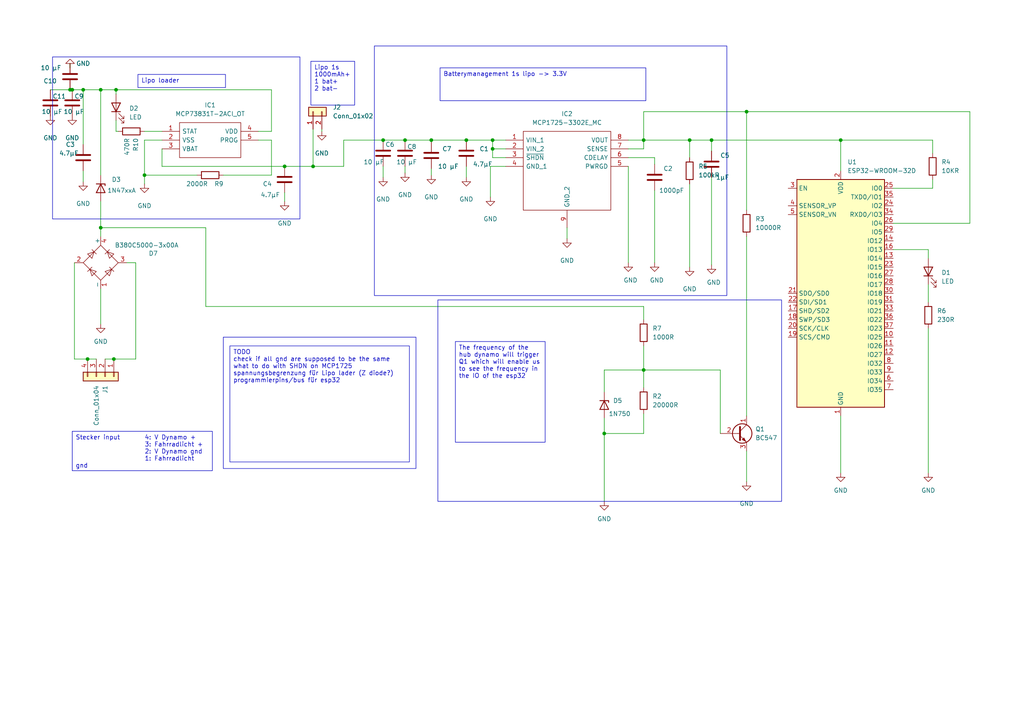
<source format=kicad_sch>
(kicad_sch (version 20230121) (generator eeschema)
  (paper "A4")
  (lib_symbols
    (symbol "Connector_Generic:Conn_01x02" (pin_names (offset 1.016) hide)
      (property "Reference" "J" (at 0 2.54 0))
      (property "Value" "Conn_01x02" (at 0 -5.08 0))
      (symbol "Conn_01x02_1_1"
        (rectangle (start -1.27 -2.413) (end 0 -2.667) (stroke (width 0.1524)))
        (rectangle (start -1.27 0.127) (end 0 -0.127) (stroke (width 0.1524)))
        (rectangle (start -1.27 1.27) (end 1.27 -3.81) (stroke (width 0.254)) (fill (type background)))
        (pin passive line (at -5.08 0 0) (length 3.81) (name "Pin_1") (number "1"))
        (pin passive line (at -5.08 -2.54 0) (length 3.81) (name "Pin_2") (number "2"))
      )
    )
    (symbol "Connector_Generic:Conn_01x04" (pin_names (offset 1.016) hide)
      (property "Reference" "J" (at 0 5.08 0))
      (property "Value" "Conn_01x04" (at 0 -7.62 0))
      (symbol "Conn_01x04_1_1"
        (rectangle (start -1.27 -4.953) (end 0 -5.207) (stroke (width 0.1524)))
        (rectangle (start -1.27 -2.413) (end 0 -2.667) (stroke (width 0.1524)))
        (rectangle (start -1.27 0.127) (end 0 -0.127) (stroke (width 0.1524)))
        (rectangle (start -1.27 2.667) (end 0 2.413) (stroke (width 0.1524)))
        (rectangle (start -1.27 3.81) (end 1.27 -6.35) (stroke (width 0.254)) (fill (type background)))
        (pin passive line (at -5.08 2.54 0) (length 3.81) (name "Pin_1") (number "1"))
        (pin passive line (at -5.08 0 0) (length 3.81) (name "Pin_2") (number "2"))
        (pin passive line (at -5.08 -2.54 0) (length 3.81) (name "Pin_3") (number "3"))
        (pin passive line (at -5.08 -5.08 0) (length 3.81) (name "Pin_4") (number "4"))
      )
    )
    (symbol "Device:C" (pin_numbers hide) (pin_names (offset 0.254))
      (property "Reference" "C" (at 0.635 2.54 0))
      (property "Value" "C" (at 0.635 -2.54 0))
      (symbol "C_0_1"
        (polyline (pts (xy -2.032 -0.762) (xy 2.032 -0.762)) (stroke (width 0.508)))
        (polyline (pts (xy -2.032 0.762) (xy 2.032 0.762)) (stroke (width 0.508)))
      )
      (symbol "C_1_1"
        (pin passive line (at 0 3.81 270) (length 2.794) (name "~") (number "1"))
        (pin passive line (at 0 -3.81 90) (length 2.794) (name "~") (number "2"))
      )
    )
    (symbol "Device:LED" (pin_numbers hide) (pin_names (offset 1.016) hide)
      (property "Reference" "D" (at 0 2.54 0))
      (property "Value" "LED" (at 0 -2.54 0))
      (symbol "LED_0_1"
        (polyline (pts (xy -1.27 -1.27) (xy -1.27 1.27)) (stroke (width 0.254)))
        (polyline (pts (xy -1.27 0) (xy 1.27 0)))
        (polyline (pts (xy 1.27 -1.27) (xy 1.27 1.27) (xy -1.27 0) (xy 1.27 -1.27)) (stroke (width 0.254)))
        (polyline (pts (xy -3.048 -0.762) (xy -4.572 -2.286) (xy -3.81 -2.286) (xy -4.572 -2.286) (xy -4.572 -1.524)))
        (polyline (pts (xy -1.778 -0.762) (xy -3.302 -2.286) (xy -2.54 -2.286) (xy -3.302 -2.286) (xy -3.302 -1.524)))
      )
      (symbol "LED_1_1"
        (pin passive line (at -3.81 0 0) (length 2.54) (name "K") (number "1"))
        (pin passive line (at 3.81 0 180) (length 2.54) (name "A") (number "2"))
      )
    )
    (symbol "Device:R" (pin_numbers hide) (pin_names (offset 0))
      (property "Reference" "R" (at 2.032 0 90))
      (property "Value" "R" (at 0 0 90))
      (symbol "R_0_1"
        (rectangle (start -1.016 -2.54) (end 1.016 2.54) (stroke (width 0.254)))
      )
      (symbol "R_1_1"
        (pin passive line (at 0 3.81 270) (length 1.27) (name "~") (number "1"))
        (pin passive line (at 0 -3.81 90) (length 1.27) (name "~") (number "2"))
      )
    )
    (symbol "Diode:1N47xxA" (pin_numbers hide) (pin_names hide)
      (property "Reference" "D" (at 0 2.54 0))
      (property "Value" "1N47xxA" (at 0 -2.54 0))
      (symbol "1N47xxA_0_1"
        (polyline (pts (xy 1.27 0) (xy -1.27 0)))
        (polyline (pts (xy -1.27 -1.27) (xy -1.27 1.27) (xy -0.762 1.27)) (stroke (width 0.254)))
        (polyline (pts (xy 1.27 -1.27) (xy 1.27 1.27) (xy -1.27 0) (xy 1.27 -1.27)) (stroke (width 0.254)))
      )
      (symbol "1N47xxA_1_1"
        (pin passive line (at -3.81 0 0) (length 2.54) (name "K") (number "1"))
        (pin passive line (at 3.81 0 180) (length 2.54) (name "A") (number "2"))
      )
    )
    (symbol "Diode:1N53xxB" (pin_numbers hide) (pin_names hide)
      (property "Reference" "D" (at 0 2.54 0))
      (property "Value" "1N53xxB" (at 0 -2.54 0))
      (symbol "1N53xxB_0_1"
        (polyline (pts (xy 1.27 0) (xy -1.27 0)))
        (polyline (pts (xy -1.27 -1.27) (xy -1.27 1.27) (xy -0.762 1.27)) (stroke (width 0.254)))
        (polyline (pts (xy 1.27 -1.27) (xy 1.27 1.27) (xy -1.27 0) (xy 1.27 -1.27)) (stroke (width 0.254)))
      )
      (symbol "1N53xxB_1_1"
        (pin passive line (at -3.81 0 0) (length 2.54) (name "K") (number "1"))
        (pin passive line (at 3.81 0 180) (length 2.54) (name "A") (number "2"))
      )
    )
    (symbol "Diode_Bridge:B380C5000-3x00A" (pin_names (offset 0))
      (property "Reference" "D" (at 2.54 6.985 0))
      (property "Value" "B380C5000-3x00A" (at 2.54 5.08 0))
      (symbol "B380C5000-3x00A_0_1"
        (polyline (pts (xy -2.54 3.81) (xy -1.27 2.54)))
        (polyline (pts (xy -1.27 -2.54) (xy -2.54 -3.81)))
        (polyline (pts (xy 2.54 -1.27) (xy 3.81 -2.54)))
        (polyline (pts (xy 2.54 1.27) (xy 3.81 2.54)))
        (polyline (pts (xy -3.81 2.54) (xy -2.54 1.27) (xy -1.905 3.175) (xy -3.81 2.54)))
        (polyline (pts (xy -2.54 -1.27) (xy -3.81 -2.54) (xy -1.905 -3.175) (xy -2.54 -1.27)))
        (polyline (pts (xy 1.27 2.54) (xy 2.54 3.81) (xy 3.175 1.905) (xy 1.27 2.54)))
        (polyline (pts (xy 3.175 -1.905) (xy 1.27 -2.54) (xy 2.54 -3.81) (xy 3.175 -1.905)))
        (polyline (pts (xy -5.08 0) (xy 0 -5.08) (xy 5.08 0) (xy 0 5.08) (xy -5.08 0)))
      )
      (symbol "B380C5000-3x00A_1_1"
        (pin passive line (at -7.62 0 0) (length 2.54) (name "-") (number "1"))
        (pin passive line (at 0 7.62 270) (length 2.54) (name "~") (number "2"))
        (pin passive line (at 0 -7.62 90) (length 2.54) (name "~") (number "3"))
        (pin passive line (at 7.62 0 180) (length 2.54) (name "+") (number "4"))
      )
    )
    (symbol "MCP1725-3302E/MC lib:MCP1725-3302E_MC" (pin_names (offset 0.762))
      (property "Reference" "IC" (at 31.75 7.62 0))
      (property "Value" "MCP1725-3302E_MC" (at 31.75 5.08 0))
      (symbol "MCP1725-3302E_MC_0_0"
        (pin passive line (at 0 0 0) (length 5.08) (name "VIN_1") (number "1"))
        (pin passive line (at 0 -2.54 0) (length 5.08) (name "VIN_2") (number "2"))
        (pin passive line (at 0 -5.08 0) (length 5.08) (name "~{SHDN}") (number "3"))
        (pin passive line (at 0 -7.62 0) (length 5.08) (name "GND_1") (number "4"))
        (pin passive line (at 35.56 -7.62 180) (length 5.08) (name "PWRGD") (number "5"))
        (pin passive line (at 35.56 -5.08 180) (length 5.08) (name "CDELAY") (number "6"))
        (pin passive line (at 35.56 -2.54 180) (length 5.08) (name "SENSE") (number "7"))
        (pin passive line (at 35.56 0 180) (length 5.08) (name "VOUT") (number "8"))
        (pin passive line (at 17.78 -25.4 90) (length 5.08) (name "GND_2") (number "9"))
      )
      (symbol "MCP1725-3302E_MC_0_1"
        (polyline (pts (xy 5.08 2.54) (xy 30.48 2.54) (xy 30.48 -20.32) (xy 5.08 -20.32) (xy 5.08 2.54)) (stroke (width 0.1524)))
      )
    )
    (symbol "MCP73831T-2ACI_OT lib:MCP73831T-2ACI_OT" (pin_names (offset 0.762))
      (property "Reference" "IC" (at 24.13 7.62 0))
      (property "Value" "MCP73831T-2ACI_OT" (at 24.13 5.08 0))
      (symbol "MCP73831T-2ACI_OT_0_0"
        (pin passive line (at 0 0 0) (length 5.08) (name "STAT") (number "1"))
        (pin passive line (at 0 -2.54 0) (length 5.08) (name "VSS") (number "2"))
        (pin passive line (at 0 -5.08 0) (length 5.08) (name "VBAT") (number "3"))
        (pin passive line (at 27.94 0 180) (length 5.08) (name "VDD") (number "4"))
        (pin passive line (at 27.94 -2.54 180) (length 5.08) (name "PROG") (number "5"))
      )
      (symbol "MCP73831T-2ACI_OT_0_1"
        (polyline (pts (xy 5.08 2.54) (xy 22.86 2.54) (xy 22.86 -7.62) (xy 5.08 -7.62) (xy 5.08 2.54)) (stroke (width 0.1524)))
      )
    )
    (symbol "RF_Module:ESP32-WROOM-32D"
      (property "Reference" "U" (at -12.7 34.29 0))
      (property "Value" "ESP32-WROOM-32D" (at 1.27 34.29 0))
      (symbol "ESP32-WROOM-32D_0_1"
        (rectangle (start -12.7 33.02) (end 12.7 -33.02) (stroke (width 0.254)) (fill (type background)))
      )
      (symbol "ESP32-WROOM-32D_1_1"
        (pin power_in line (at 0 -35.56 90) (length 2.54) (name "GND") (number "1"))
        (pin bidirectional line (at 15.24 -12.7 180) (length 2.54) (name "IO25") (number "10"))
        (pin bidirectional line (at 15.24 -15.24 180) (length 2.54) (name "IO26") (number "11"))
        (pin bidirectional line (at 15.24 -17.78 180) (length 2.54) (name "IO27") (number "12"))
        (pin bidirectional line (at 15.24 10.16 180) (length 2.54) (name "IO14") (number "13"))
        (pin bidirectional line (at 15.24 15.24 180) (length 2.54) (name "IO12") (number "14"))
        (pin passive line (at 0 -35.56 90) (length 2.54) hide (name "GND") (number "15"))
        (pin bidirectional line (at 15.24 12.7 180) (length 2.54) (name "IO13") (number "16"))
        (pin bidirectional line (at -15.24 -5.08 0) (length 2.54) (name "SHD/SD2") (number "17"))
        (pin bidirectional line (at -15.24 -7.62 0) (length 2.54) (name "SWP/SD3") (number "18"))
        (pin bidirectional line (at -15.24 -12.7 0) (length 2.54) (name "SCS/CMD") (number "19"))
        (pin power_in line (at 0 35.56 270) (length 2.54) (name "VDD") (number "2"))
        (pin bidirectional line (at -15.24 -10.16 0) (length 2.54) (name "SCK/CLK") (number "20"))
        (pin bidirectional line (at -15.24 0 0) (length 2.54) (name "SDO/SD0") (number "21"))
        (pin bidirectional line (at -15.24 -2.54 0) (length 2.54) (name "SDI/SD1") (number "22"))
        (pin bidirectional line (at 15.24 7.62 180) (length 2.54) (name "IO15") (number "23"))
        (pin bidirectional line (at 15.24 25.4 180) (length 2.54) (name "IO2") (number "24"))
        (pin bidirectional line (at 15.24 30.48 180) (length 2.54) (name "IO0") (number "25"))
        (pin bidirectional line (at 15.24 20.32 180) (length 2.54) (name "IO4") (number "26"))
        (pin bidirectional line (at 15.24 5.08 180) (length 2.54) (name "IO16") (number "27"))
        (pin bidirectional line (at 15.24 2.54 180) (length 2.54) (name "IO17") (number "28"))
        (pin bidirectional line (at 15.24 17.78 180) (length 2.54) (name "IO5") (number "29"))
        (pin input line (at -15.24 30.48 0) (length 2.54) (name "EN") (number "3"))
        (pin bidirectional line (at 15.24 0 180) (length 2.54) (name "IO18") (number "30"))
        (pin bidirectional line (at 15.24 -2.54 180) (length 2.54) (name "IO19") (number "31"))
        (pin no_connect line (at -12.7 -27.94 0) (length 2.54) hide (name "NC") (number "32"))
        (pin bidirectional line (at 15.24 -5.08 180) (length 2.54) (name "IO21") (number "33"))
        (pin bidirectional line (at 15.24 22.86 180) (length 2.54) (name "RXD0/IO3") (number "34"))
        (pin bidirectional line (at 15.24 27.94 180) (length 2.54) (name "TXD0/IO1") (number "35"))
        (pin bidirectional line (at 15.24 -7.62 180) (length 2.54) (name "IO22") (number "36"))
        (pin bidirectional line (at 15.24 -10.16 180) (length 2.54) (name "IO23") (number "37"))
        (pin passive line (at 0 -35.56 90) (length 2.54) hide (name "GND") (number "38"))
        (pin passive line (at 0 -35.56 90) (length 2.54) hide (name "GND") (number "39"))
        (pin input line (at -15.24 25.4 0) (length 2.54) (name "SENSOR_VP") (number "4"))
        (pin input line (at -15.24 22.86 0) (length 2.54) (name "SENSOR_VN") (number "5"))
        (pin input line (at 15.24 -25.4 180) (length 2.54) (name "IO34") (number "6"))
        (pin input line (at 15.24 -27.94 180) (length 2.54) (name "IO35") (number "7"))
        (pin bidirectional line (at 15.24 -20.32 180) (length 2.54) (name "IO32") (number "8"))
        (pin bidirectional line (at 15.24 -22.86 180) (length 2.54) (name "IO33") (number "9"))
      )
    )
    (symbol "Transistor_BJT:BC547" (pin_names (offset 0) hide)
      (property "Reference" "Q" (at 5.08 1.905 0))
      (property "Value" "BC547" (at 5.08 0 0))
      (symbol "BC547_0_1"
        (polyline (pts (xy 0 0) (xy 0.635 0)))
        (polyline (pts (xy 0.635 0.635) (xy 2.54 2.54)))
        (polyline (pts (xy 0.635 -0.635) (xy 2.54 -2.54) (xy 2.54 -2.54)))
        (polyline (pts (xy 0.635 1.905) (xy 0.635 -1.905) (xy 0.635 -1.905)) (stroke (width 0.508)))
        (polyline (pts (xy 1.27 -1.778) (xy 1.778 -1.27) (xy 2.286 -2.286) (xy 1.27 -1.778) (xy 1.27 -1.778)) (fill (type outline)))
        (circle (center 1.27 0) (radius 2.8194) (stroke (width 0.254)))
      )
      (symbol "BC547_1_1"
        (pin passive line (at 2.54 5.08 270) (length 2.54) (name "C") (number "1"))
        (pin input line (at -5.08 0 0) (length 5.08) (name "B") (number "2"))
        (pin passive line (at 2.54 -5.08 90) (length 2.54) (name "E") (number "3"))
      )
    )
    (symbol "power:GND" (power) (pin_names (offset 0))
      (property "Value" "GND" (at 0 -3.81 0))
      (symbol "GND_0_1"
        (polyline (pts (xy 0 0) (xy 0 -1.27) (xy 1.27 -1.27) (xy 0 -2.54) (xy -1.27 -1.27) (xy 0 -1.27)))
      )
      (symbol "GND_1_1"
        (pin power_in line (at 0 0 270) (length 0) hide (name "GND") (number "1"))
      )
    )
  )
  (junction (at 200.025 40.64))
  (junction (at 206.375 40.64))
  (junction (at 20.32 26.035))
  (junction (at 20.955 26.035))
  (junction (at 82.55 48.26))
  (junction (at 186.69 40.64))
  (junction (at 33.655 26.035))
  (junction (at 186.69 107.315))
  (junction (at 135.255 40.64))
  (junction (at 125.095 40.64))
  (junction (at 117.475 40.64))
  (junction (at 142.875 40.64))
  (junction (at 216.535 32.385))
  (junction (at 29.21 66.04))
  (junction (at 24.13 26.035))
  (junction (at 142.875 43.18))
  (junction (at 243.84 40.64))
  (junction (at 25.4 104.14))
  (junction (at 175.26 125.73))
  (junction (at 90.805 48.26))
  (junction (at 33.02 104.14))
  (junction (at 41.91 50.8))
  (junction (at 29.21 26.035))
  (junction (at 111.125 40.64))
  (wire (pts (xy 33.02 104.14) (xy 39.37 104.14)))
  (wire (pts (xy 20.32 26.035) (xy 14.605 26.035)))
  (wire (pts (xy 164.465 66.04) (xy 164.465 69.215)))
  (wire (pts (xy 216.535 68.58) (xy 216.535 120.65)))
  (wire (pts (xy 74.93 40.64) (xy 78.74 40.64)))
  (wire (pts (xy 90.805 37.465) (xy 90.805 48.26)))
  (wire (pts (xy 142.24 48.26) (xy 142.24 57.15)))
  (wire (pts (xy 41.91 40.64) (xy 46.99 40.64)))
  (wire (pts (xy 281.305 32.385) (xy 216.535 32.385)))
  (wire (pts (xy 25.4 104.14) (xy 27.94 104.14)))
  (wire (pts (xy 117.475 40.64) (xy 125.095 40.64)))
  (wire (pts (xy 41.91 50.8) (xy 41.91 53.34)))
  (wire (pts (xy 29.21 26.035) (xy 33.655 26.035)))
  (wire (pts (xy 29.21 83.82) (xy 29.21 93.98)))
  (wire (pts (xy 189.865 55.245) (xy 189.865 76.2)))
  (wire (pts (xy 29.21 66.04) (xy 29.21 68.58)))
  (wire (pts (xy 208.915 107.315) (xy 186.69 107.315)))
  (wire (pts (xy 125.095 40.64) (xy 135.255 40.64)))
  (wire (pts (xy 125.095 40.64) (xy 125.095 41.275)))
  (wire (pts (xy 78.74 50.8) (xy 78.74 40.64)))
  (wire (pts (xy 270.51 54.61) (xy 270.51 52.07)))
  (wire (pts (xy 186.69 40.64) (xy 200.025 40.64)))
  (wire (pts (xy 36.83 76.2) (xy 39.37 76.2)))
  (wire (pts (xy 206.375 40.64) (xy 206.375 43.815)))
  (wire (pts (xy 146.685 48.26) (xy 142.24 48.26)))
  (wire (pts (xy 20.955 26.035) (xy 24.13 26.035)))
  (wire (pts (xy 93.345 37.465) (xy 93.345 38.1)))
  (wire (pts (xy 175.26 121.285) (xy 175.26 125.73)))
  (wire (pts (xy 259.08 54.61) (xy 270.51 54.61)))
  (wire (pts (xy 111.125 48.26) (xy 111.125 51.435)))
  (wire (pts (xy 269.24 72.39) (xy 269.24 74.93)))
  (wire (pts (xy 200.025 53.34) (xy 200.025 77.47)))
  (wire (pts (xy 74.93 38.1) (xy 78.74 38.1)))
  (wire (pts (xy 142.875 40.64) (xy 146.685 40.64)))
  (wire (pts (xy 33.655 38.1) (xy 34.29 38.1)))
  (wire (pts (xy 186.69 107.315) (xy 186.69 112.395)))
  (wire (pts (xy 200.025 40.64) (xy 200.025 45.72)))
  (wire (pts (xy 270.51 40.64) (xy 243.84 40.64)))
  (wire (pts (xy 29.21 58.42) (xy 29.21 66.04)))
  (wire (pts (xy 175.26 107.315) (xy 175.26 113.665)))
  (wire (pts (xy 29.21 26.035) (xy 29.21 50.8)))
  (wire (pts (xy 182.245 43.18) (xy 186.69 43.18)))
  (wire (pts (xy 46.99 48.26) (xy 82.55 48.26)))
  (wire (pts (xy 208.915 125.73) (xy 208.915 107.315)))
  (wire (pts (xy 182.245 45.72) (xy 189.865 45.72)))
  (wire (pts (xy 186.69 120.015) (xy 186.69 125.73)))
  (wire (pts (xy 57.15 50.8) (xy 41.91 50.8)))
  (wire (pts (xy 99.695 48.26) (xy 99.695 40.64)))
  (wire (pts (xy 39.37 76.2) (xy 39.37 104.14)))
  (wire (pts (xy 24.13 52.705) (xy 24.13 49.53)))
  (wire (pts (xy 117.475 48.26) (xy 117.475 50.165)))
  (wire (pts (xy 33.655 26.035) (xy 78.74 26.035)))
  (wire (pts (xy 33.655 26.035) (xy 33.655 27.305)))
  (wire (pts (xy 125.095 50.8) (xy 125.095 48.895)))
  (wire (pts (xy 216.535 32.385) (xy 216.535 60.96)))
  (wire (pts (xy 59.69 66.04) (xy 59.69 88.9)))
  (wire (pts (xy 243.84 120.65) (xy 243.84 137.16)))
  (wire (pts (xy 186.69 88.9) (xy 186.69 92.71)))
  (wire (pts (xy 142.875 43.18) (xy 142.875 40.64)))
  (wire (pts (xy 281.305 32.385) (xy 281.305 64.77)))
  (wire (pts (xy 146.685 43.18) (xy 142.875 43.18)))
  (wire (pts (xy 206.375 40.64) (xy 243.84 40.64)))
  (wire (pts (xy 200.025 40.64) (xy 206.375 40.64)))
  (wire (pts (xy 186.69 100.33) (xy 186.69 107.315)))
  (wire (pts (xy 270.51 40.64) (xy 270.51 44.45)))
  (wire (pts (xy 269.24 95.25) (xy 269.24 137.16)))
  (wire (pts (xy 21.59 76.2) (xy 21.59 104.14)))
  (wire (pts (xy 78.74 26.035) (xy 78.74 38.1)))
  (wire (pts (xy 186.69 32.385) (xy 216.535 32.385)))
  (wire (pts (xy 46.99 43.18) (xy 46.99 48.26)))
  (wire (pts (xy 216.535 130.81) (xy 216.535 139.7)))
  (wire (pts (xy 24.13 26.035) (xy 29.21 26.035)))
  (wire (pts (xy 117.475 40.64) (xy 111.125 40.64)))
  (wire (pts (xy 259.08 72.39) (xy 269.24 72.39)))
  (wire (pts (xy 186.69 40.64) (xy 186.69 32.385)))
  (wire (pts (xy 20.955 26.035) (xy 20.32 26.035)))
  (wire (pts (xy 29.21 66.04) (xy 59.69 66.04)))
  (wire (pts (xy 146.685 45.72) (xy 142.875 45.72)))
  (wire (pts (xy 175.26 125.73) (xy 186.69 125.73)))
  (wire (pts (xy 64.77 50.8) (xy 78.74 50.8)))
  (wire (pts (xy 24.13 26.035) (xy 24.13 41.91)))
  (wire (pts (xy 135.255 48.26) (xy 135.255 51.435)))
  (wire (pts (xy 99.695 40.64) (xy 111.125 40.64)))
  (wire (pts (xy 243.84 40.64) (xy 243.84 49.53)))
  (wire (pts (xy 82.55 48.26) (xy 90.805 48.26)))
  (wire (pts (xy 30.48 104.14) (xy 33.02 104.14)))
  (wire (pts (xy 135.255 40.64) (xy 142.875 40.64)))
  (wire (pts (xy 90.805 48.26) (xy 99.695 48.26)))
  (wire (pts (xy 182.245 40.64) (xy 186.69 40.64)))
  (wire (pts (xy 21.59 104.14) (xy 25.4 104.14)))
  (wire (pts (xy 189.865 45.72) (xy 189.865 47.625)))
  (wire (pts (xy 59.69 88.9) (xy 186.69 88.9)))
  (wire (pts (xy 41.91 50.8) (xy 41.91 40.64)))
  (wire (pts (xy 33.655 34.925) (xy 33.655 38.1)))
  (wire (pts (xy 206.375 51.435) (xy 206.375 76.835)))
  (wire (pts (xy 186.69 40.64) (xy 186.69 43.18)))
  (wire (pts (xy 82.55 58.42) (xy 82.55 55.88)))
  (wire (pts (xy 259.08 64.77) (xy 281.305 64.77)))
  (wire (pts (xy 20.32 19.685) (xy 20.32 18.415)))
  (wire (pts (xy 182.245 48.26) (xy 182.245 76.2)))
  (wire (pts (xy 142.875 43.18) (xy 142.875 45.72)))
  (wire (pts (xy 175.26 125.73) (xy 175.26 145.415)))
  (wire (pts (xy 46.99 38.1) (xy 41.91 38.1)))
  (wire (pts (xy 186.69 107.315) (xy 175.26 107.315)))
  (wire (pts (xy 269.24 82.55) (xy 269.24 87.63)))
  (rectangle (start 108.585 13.335) (end 210.82 85.725))
  (rectangle (start 127 86.995) (end 226.695 145.415))
  (rectangle (start 64.77 97.79) (end 120.65 135.89))
  (rectangle (start 140.97 109.855) (end 140.97 109.855))
  (rectangle (start 15.24 16.51) (end 86.995 63.5))
  (text_box "Lipo loader" (at 40.005 21.59 0) (size 25.4 3.81) (effects (font (size 1.27 1.27)) (justify left top)))
  (text_box "The frequency of the hub dynamo will trigger Q1 which will enable us to see the frequency in the IO of the esp32" (at 132.08 99.06 0) (size 26.035 29.21) (effects (font (size 1.27 1.27)) (justify left top)))
  (text_box "Stecker input	4: V Dynamo +\n			  	3: Fahrradlicht +\n				2: V Dynamo gnd\n				1: Fahrradlicht gnd" (at 20.955 125.095 0) (size 40.64 11.43) (effects (font (size 1.27 1.27)) (justify left top)))
  (text_box "Batterymanagement 1s lipo -> 3.3V" (at 127.635 19.685 0) (size 59.69 9.525) (effects (font (size 1.27 1.27)) (justify left top)))
  (text_box "Lipo 1s 1000mAh+\n1 bat+ \n2 bat-" (at 90.17 17.78 0) (size 12.7 12.7) (effects (font (size 1.27 1.27)) (justify left top)))
  (text_box "TODO\ncheck if all gnd are supposed to be the same\nwhat to do with SHDN on MCP1725\nspannungsbegrenzung für Lipo lader (Z diode?)\nprogrammierpins/bus für esp32 " (at 66.675 100.33 0) (size 52.07 33.655) (effects (font (size 1.27 1.27)) (justify left top)))
  (symbol (lib_id "Device:C") (at 20.32 22.225 180) (unit 1)
    (property "Reference" "C10" (at 16.51 23.495 0) (effects (justify left)))
    (property "Value" "10 μF" (at 17.78 19.685 0) (effects (justify left)))
    (property "Footprint" "Capacitor_THT:C_Rect_L16.5mm_W4.7mm_P15.00mm_MKT" (effects hide))
  )
  (symbol (lib_id "power:GND") (at 14.605 33.655 0) (unit 1)
    (property "Reference" "#PWR022" (effects hide))
    (property "Value" "GND" (at 14.605 40.005 0))
  )
  (symbol (lib_id "Device:LED") (at 269.24 78.74 90) (unit 1)
    (property "Reference" "D1" (at 273.05 79.0575 90) (effects (justify right)))
    (property "Value" "LED" (at 273.05 81.5975 90) (effects (justify right)))
  )
  (symbol (lib_id "MCP73831T-2ACI_OT lib:MCP73831T-2ACI_OT") (at 46.99 38.1 0) (unit 1)
    (property "Reference" "IC1" (at 60.96 30.48 0))
    (property "Value" "MCP73831T-2ACI_OT" (at 60.96 33.02 0))
    (property "Footprint" "SOT95P270X145-5N" (effects hide))
    (property "Datasheet" "http://ww1.microchip.com/downloads/en/DeviceDoc/20001984g.pdf" (effects hide))
    (property "Description" "Li-Ion Charge Controller 4.2V SOT23-5" (effects hide))
    (property "Height" "1.45" (effects hide))
    (property "Mouser Part Number" "579-MCP73831T-2ACIOT" (effects hide))
    (property "Mouser Price/Stock" "https://www.mouser.co.uk/ProductDetail/Microchip-Technology/MCP73831T-2ACI-OT?qs=yUQqVecv4qvbBQBGbHx0Mw%3D%3D" (effects hide))
    (property "Manufacturer_Name" "Microchip" (effects hide))
    (property "Manufacturer_Part_Number" "MCP73831T-2ACI/OT" (effects hide))
  )
  (symbol (lib_id "power:GND") (at 216.535 139.7 0) (unit 1)
    (property "Reference" "#PWR03" (effects hide))
    (property "Value" "GND" (at 216.535 146.05 0))
  )
  (symbol (lib_id "Device:R") (at 38.1 38.1 270) (unit 1)
    (property "Reference" "R10" (at 39.37 40.005 0) (effects (justify left)))
    (property "Value" "470R" (at 36.83 40.005 0) (effects (justify left)))
  )
  (symbol (lib_id "power:GND") (at 29.21 93.98 0) (unit 1)
    (property "Reference" "#PWR04" (effects hide))
    (property "Value" "GND" (at 29.21 99.06 0))
  )
  (symbol (lib_id "power:GND") (at 269.24 137.16 0) (unit 1)
    (property "Reference" "#PWR05" (effects hide))
    (property "Value" "GND" (at 269.24 142.24 0))
  )
  (symbol (lib_id "power:GND") (at 24.13 52.705 0) (unit 1)
    (property "Reference" "#PWR09" (effects hide))
    (property "Value" "GND" (at 24.13 59.055 0))
  )
  (symbol (lib_id "MCP1725-3302E/MC lib:MCP1725-3302E_MC") (at 146.685 40.64 0) (unit 1)
    (property "Reference" "IC2" (at 164.465 33.02 0))
    (property "Value" "MCP1725-3302E_MC" (at 164.465 35.56 0))
    (property "Footprint" "SON50P300X200X100-9N-D" (effects hide))
    (property "Datasheet" "http://www.microchip.com/mymicrochip/filehandler.aspx?ddocname=en520352" (effects hide))
    (property "Description" "Microchip MCP1725-3302E/MC, LDO Voltage Regulator, 500mA, 3.3 V 2%, 2.3  6 Vin, 8-Pin DFN" (effects hide))
    (property "Height" "1" (effects hide))
    (property "Mouser Part Number" "579-MCP1725-3302E/MC" (effects hide))
    (property "Mouser Price/Stock" "https://www.mouser.co.uk/ProductDetail/Microchip-Technology-Atmel/MCP1725-3302E-MC?qs=gsqZ4L1luKrtGwR6M1mC7A%3D%3D" (effects hide))
    (property "Manufacturer_Name" "Microchip" (effects hide))
    (property "Manufacturer_Part_Number" "MCP1725-3302E/MC" (effects hide))
  )
  (symbol (lib_id "Connector_Generic:Conn_01x02") (at 90.805 32.385 90) (unit 1)
    (property "Reference" "J2" (at 96.52 31.115 90) (effects (justify right)))
    (property "Value" "Conn_01x02" (at 96.52 33.655 90) (effects (justify right)))
  )
  (symbol (lib_id "power:GND") (at 20.955 33.655 0) (unit 1)
    (property "Reference" "#PWR020" (effects hide))
    (property "Value" "GND" (at 20.955 40.005 0))
  )
  (symbol (lib_id "Device:C") (at 125.095 45.085 0) (unit 1)
    (property "Reference" "C7" (at 128.27 43.18 0) (effects (justify left)))
    (property "Value" "10 μF" (at 127 48.26 0) (effects (justify left)))
    (property "Footprint" "Capacitor_THT:C_Rect_L16.5mm_W4.7mm_P15.00mm_MKT" (effects hide))
  )
  (symbol (lib_id "power:GND") (at 20.32 19.685 180) (unit 1)
    (property "Reference" "#PWR021" (effects hide))
    (property "Value" "GND" (at 24.13 18.415 0))
  )
  (symbol (lib_id "Device:C") (at 20.955 29.845 0) (unit 1)
    (property "Reference" "C9" (at 21.59 27.94 0) (effects (justify left)))
    (property "Value" "10 μF" (at 18.415 32.385 0) (effects (justify left)))
    (property "Footprint" "Capacitor_THT:C_Rect_L16.5mm_W4.7mm_P15.00mm_MKT" (effects hide))
  )
  (symbol (lib_id "Device:R") (at 269.24 91.44 0) (unit 1)
    (property "Reference" "R6" (at 271.78 90.17 0) (effects (justify left)))
    (property "Value" "230R" (at 271.78 92.71 0) (effects (justify left)))
  )
  (symbol (lib_id "Diode_Bridge:B380C5000-3x00A") (at 29.21 76.2 90) (unit 1)
    (property "Reference" "D7" (at 44.45 73.5077 90))
    (property "Value" "B380C5000-3x00A" (at 42.545 71.12 90))
    (property "Footprint" "Diode_THT:Diode_Bridge_32.0x5.6x17.0mm_P10.0mm_P7.5mm" (effects hide))
    (property "Datasheet" "https://diotec.com/tl_files/diotec/files/pdf/datasheets/b40c500033" (effects hide))
  )
  (symbol (lib_id "Transistor_BJT:BC547") (at 213.995 125.73 0) (unit 1)
    (property "Reference" "Q1" (at 219.075 124.46 0) (effects (justify left)))
    (property "Value" "BC547" (at 219.075 127 0) (effects (justify left)))
    (property "Footprint" "Package_TO_SOT_THT:TO-92_Inline" (effects hide))
    (property "Datasheet" "https://www.onsemi.com/pub/Collateral/BC550-D.pdf" (effects hide))
  )
  (symbol (lib_id "Device:C") (at 206.375 47.625 0) (unit 1)
    (property "Reference" "C5" (at 208.915 45.085 0) (effects (justify left)))
    (property "Value" "1µF" (at 207.645 51.435 0) (effects (justify left)))
    (property "Footprint" "Capacitor_THT:C_Rect_L16.5mm_W4.7mm_P15.00mm_MKT" (effects hide))
  )
  (symbol (lib_id "power:GND") (at 189.865 76.2 0) (unit 1)
    (property "Reference" "#PWR015" (effects hide))
    (property "Value" "GND" (at 190.5 81.28 0))
  )
  (symbol (lib_id "power:GND") (at 200.025 77.47 0) (unit 1)
    (property "Reference" "#PWR013" (effects hide))
    (property "Value" "GND" (at 200.025 83.82 0))
  )
  (symbol (lib_id "power:GND") (at 164.465 69.215 0) (unit 1)
    (property "Reference" "#PWR08" (effects hide))
    (property "Value" "GND" (at 164.465 75.565 0))
  )
  (symbol (lib_id "Device:C") (at 135.255 44.45 0) (unit 1)
    (property "Reference" "C1" (at 139.065 43.18 0) (effects (justify left)))
    (property "Value" "4.7μF" (at 137.16 47.625 0) (effects (justify left)))
    (property "Footprint" "Capacitor_THT:C_Rect_L16.5mm_W4.7mm_P15.00mm_MKT" (effects hide))
  )
  (symbol (lib_id "power:GND") (at 125.095 50.8 0) (unit 1)
    (property "Reference" "#PWR018" (effects hide))
    (property "Value" "GND" (at 125.095 57.15 0))
  )
  (symbol (lib_id "power:GND") (at 142.24 57.15 0) (unit 1)
    (property "Reference" "#PWR06" (effects hide))
    (property "Value" "GND" (at 142.24 63.5 0))
  )
  (symbol (lib_id "Diode:1N47xxA") (at 29.21 54.61 270) (unit 1)
    (property "Reference" "D3" (at 32.385 52.07 90) (effects (justify left)))
    (property "Value" "1N47xxA" (at 31.115 55.245 90) (effects (justify left)))
    (property "Footprint" "Diode_THT:D_DO-41_SOD81_P10.16mm_Horizontal" (effects hide))
    (property "Datasheet" "https://www.vishay.com/docs/85816/1n4728a.pdf" (effects hide))
  )
  (symbol (lib_id "Device:C") (at 24.13 45.72 0) (unit 1)
    (property "Reference" "C3" (at 19.05 41.91 0) (effects (justify left)))
    (property "Value" "4.7μF" (at 17.145 44.45 0) (effects (justify left)))
    (property "Footprint" "Capacitor_THT:C_Rect_L16.5mm_W4.7mm_P15.00mm_MKT" (effects hide))
  )
  (symbol (lib_id "Device:C") (at 82.55 52.07 0) (unit 1)
    (property "Reference" "C4" (at 76.2 53.34 0) (effects (justify left)))
    (property "Value" "4.7μF" (at 75.565 56.515 0) (effects (justify left)))
    (property "Footprint" "Capacitor_THT:C_Rect_L16.5mm_W4.7mm_P15.00mm_MKT" (effects hide))
  )
  (symbol (lib_id "Device:C") (at 14.605 29.845 0) (unit 1)
    (property "Reference" "C11" (at 15.24 27.94 0) (effects (justify left)))
    (property "Value" "10 μF" (at 12.065 32.385 0) (effects (justify left)))
    (property "Footprint" "Capacitor_THT:C_Rect_L16.5mm_W4.7mm_P15.00mm_MKT" (effects hide))
  )
  (symbol (lib_id "Device:R") (at 200.025 49.53 0) (unit 1)
    (property "Reference" "R5" (at 202.565 48.26 0) (effects (justify left)))
    (property "Value" "100kR" (at 202.565 50.8 0) (effects (justify left)))
  )
  (symbol (lib_id "Connector_Generic:Conn_01x04") (at 30.48 109.22 270) (unit 1)
    (property "Reference" "J1" (at 30.48 111.76 0) (effects (justify left)))
    (property "Value" "Conn_01x04" (at 27.94 111.76 0) (effects (justify left)))
  )
  (symbol (lib_id "power:GND") (at 111.125 51.435 0) (unit 1)
    (property "Reference" "#PWR017" (effects hide))
    (property "Value" "GND" (at 111.125 57.785 0))
  )
  (symbol (lib_id "power:GND") (at 175.26 145.415 0) (unit 1)
    (property "Reference" "#PWR02" (effects hide))
    (property "Value" "GND" (at 175.26 150.495 0))
  )
  (symbol (lib_id "power:GND") (at 206.375 76.835 0) (unit 1)
    (property "Reference" "#PWR014" (effects hide))
    (property "Value" "GND" (at 207.01 81.915 0))
  )
  (symbol (lib_id "Device:C") (at 111.125 44.45 0) (unit 1)
    (property "Reference" "C6" (at 111.76 41.91 0) (effects (justify left)))
    (property "Value" "10 μF" (at 105.41 46.99 0) (effects (justify left)))
    (property "Footprint" "Capacitor_THT:C_Rect_L16.5mm_W4.7mm_P15.00mm_MKT" (effects hide))
  )
  (symbol (lib_id "power:GND") (at 135.255 51.435 0) (unit 1)
    (property "Reference" "#PWR01" (effects hide))
    (property "Value" "GND" (at 135.255 57.785 0))
  )
  (symbol (lib_id "RF_Module:ESP32-WROOM-32D") (at 243.84 85.09 0) (unit 1)
    (property "Reference" "U1" (at 245.7959 46.99 0) (effects (justify left)))
    (property "Value" "ESP32-WROOM-32D" (at 245.7959 49.53 0) (effects (justify left)))
    (property "Footprint" "RF_Module:ESP32-WROOM-32D" (effects hide))
    (property "Datasheet" "https://www.espressif.com/sites/default/files/documentation/esp32-wroom-32d_esp32-wroom-32u_datasheet_en.pdf" (effects hide))
  )
  (symbol (lib_id "Device:C") (at 117.475 44.45 0) (unit 1)
    (property "Reference" "C8" (at 118.11 42.545 0) (effects (justify left)))
    (property "Value" "10 μF" (at 114.935 46.99 0) (effects (justify left)))
    (property "Footprint" "Capacitor_THT:C_Rect_L16.5mm_W4.7mm_P15.00mm_MKT" (effects hide))
  )
  (symbol (lib_id "power:GND") (at 41.91 53.34 0) (unit 1)
    (property "Reference" "#PWR010" (effects hide))
    (property "Value" "GND" (at 41.91 59.69 0))
  )
  (symbol (lib_id "power:GND") (at 117.475 50.165 0) (unit 1)
    (property "Reference" "#PWR019" (effects hide))
    (property "Value" "GND" (at 117.475 56.515 0))
  )
  (symbol (lib_id "power:GND") (at 82.55 58.42 0) (unit 1)
    (property "Reference" "#PWR012" (effects hide))
    (property "Value" "GND" (at 82.55 64.77 0))
  )
  (symbol (lib_id "power:GND") (at 243.84 137.16 0) (unit 1)
    (property "Reference" "#PWR07" (effects hide))
    (property "Value" "GND" (at 243.84 142.24 0))
  )
  (symbol (lib_id "Device:R") (at 216.535 64.77 0) (unit 1)
    (property "Reference" "R3" (at 219.075 63.5 0) (effects (justify left)))
    (property "Value" "10000R" (at 219.075 66.04 0) (effects (justify left)))
    (property "Footprint" "Resistor_SMD:R_0805_2012Metric_Pad1.20x1.40mm_HandSolder" (effects hide))
  )
  (symbol (lib_id "Device:R") (at 186.69 96.52 0) (unit 1)
    (property "Reference" "R7" (at 189.23 95.25 0) (effects (justify left)))
    (property "Value" "1000R" (at 189.23 97.79 0) (effects (justify left)))
    (property "Footprint" "Resistor_SMD:R_0805_2012Metric_Pad1.20x1.40mm_HandSolder" (effects hide))
  )
  (symbol (lib_id "Device:R") (at 270.51 48.26 0) (unit 1)
    (property "Reference" "R4" (at 273.05 46.99 0) (effects (justify left)))
    (property "Value" "10KR" (at 273.05 49.53 0) (effects (justify left)))
    (property "Footprint" "Resistor_SMD:R_0805_2012Metric_Pad1.20x1.40mm_HandSolder" (effects hide))
  )
  (symbol (lib_id "Device:LED") (at 33.655 31.115 90) (unit 1)
    (property "Reference" "D2" (at 37.465 31.4325 90) (effects (justify right)))
    (property "Value" "LED" (at 37.465 33.9725 90) (effects (justify right)))
  )
  (symbol (lib_id "power:GND") (at 93.345 38.1 0) (unit 1)
    (property "Reference" "#PWR011" (effects hide))
    (property "Value" "GND" (at 93.345 44.45 0))
  )
  (symbol (lib_id "Device:C") (at 189.865 51.435 0) (unit 1)
    (property "Reference" "C2" (at 192.405 48.895 0) (effects (justify left)))
    (property "Value" "1000pF" (at 191.135 55.245 0) (effects (justify left)))
    (property "Footprint" "Capacitor_THT:C_Rect_L16.5mm_W4.7mm_P15.00mm_MKT" (effects hide))
  )
  (symbol (lib_id "Diode:1N53xxB") (at 175.26 117.475 270) (unit 1)
    (property "Reference" "D5" (at 177.8 116.205 90) (effects (justify left)))
    (property "Value" "1N750" (at 176.53 120.015 90) (effects (justify left)))
    (property "Footprint" "Diode_THT:D_DO-201_P15.24mm_Horizontal" (effects hide))
    (property "Datasheet" "https://diotec.com/tl_files/diotec/files/pdf/datasheets/1n5345b.pdf" (effects hide))
  )
  (symbol (lib_id "Device:R") (at 186.69 116.205 0) (unit 1)
    (property "Reference" "R2" (at 189.23 114.935 0) (effects (justify left)))
    (property "Value" "20000R" (at 189.23 117.475 0) (effects (justify left)))
    (property "Footprint" "Resistor_SMD:R_0805_2012Metric_Pad1.20x1.40mm_HandSolder" (effects hide))
  )
  (symbol (lib_id "Device:R") (at 60.96 50.8 270) (unit 1)
    (property "Reference" "R9" (at 63.5 53.34 90))
    (property "Value" "2000R" (at 57.15 53.34 90))
    (property "Footprint" "Resistor_SMD:R_0805_2012Metric_Pad1.20x1.40mm_HandSolder" (effects hide))
  )
  (symbol (lib_id "power:GND") (at 182.245 76.2 0) (unit 1)
    (property "Reference" "#PWR016" (effects hide))
    (property "Value" "GND" (at 182.88 81.28 0))
  )
)
</source>
